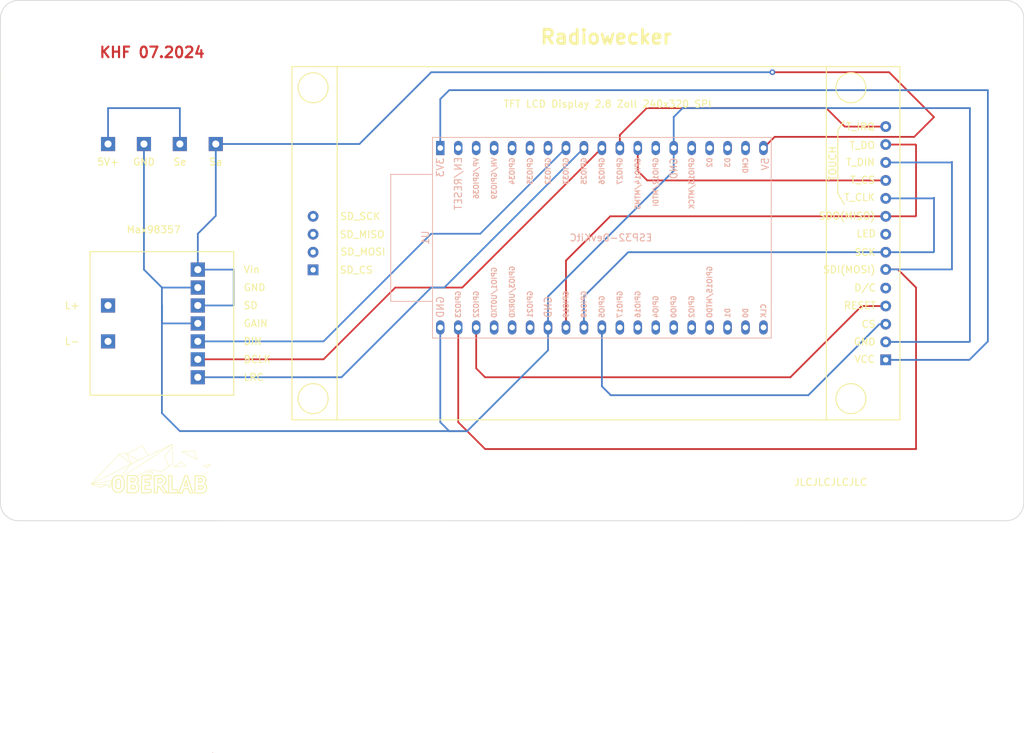
<source format=kicad_pcb>
(kicad_pcb (version 20221018) (generator pcbnew)
  (layers (0 "F.Cu" signal) (31 "B.Cu" signal) (34 "B.Paste" user) (35 "F.Paste" user) (36 "B.SilkS" user "B.Silkscreen") (37 "F.SilkS" user "F.Silkscreen") (38 "B.Mask" user) (39 "F.Mask" user) (44 "Edge.Cuts" user))
  (net 0 "")
  (net 1 "Net-(U1-3V3)")
  (net 8 "Net-(U1-32K_XN{slash}GPIO33{slash}ADC1_CH5)")
  (net 9 "Net-(U1-DAC_1{slash}ADC2_CH8{slash}GPIO25)")
  (net 10 "Net-(U1-DAC_2{slash}ADC2_CH9{slash}GPIO26)")
  (net 11 "Net-(U1-ADC2_CH7{slash}GPIO27)")
  (net 12 "Net-(U1-MTMS{slash}GPIO14{slash}ADC2_CH6)")
  (net 14 "Net-(U10-LP)")
  (net 19 "Net-(U1-5V)")
  (net 29 "Net-(U1-GPIO5)")
  (net 30 "Net-(U1-GPIO18)")
  (net 31 "Net-(U1-GPIO19)")
  (net 35 "Net-(U1-GPIO22)")
  (net 36 "Net-(U1-GPIO23)")
  (net 39 "Net-(U3-LP)")
  (footprint "!Goody:LP" (layer "F.Cu") (at 99.06 93.98 180)
    (fp_text reference "U5")
    (fp_text value "Se" (at 0 -2.54) (layer "F.SilkS"))
    (pad "1" thru_hole rect (at 0 0 180) (size 2 2) (drill 1) (layers "*.Cu" "*.Mask") (net 39 "Net-(U3-LP)"))
  )
  (footprint "!Goody:LP" (layer "F.Cu") (at 101.6 121.92 90)
    (fp_text reference "U11")
    (fp_text value "DIN" (at 0 7.762857 180) (layer "F.SilkS"))
    (pad "1" thru_hole rect (at 0 0 90) (size 2 2) (drill 1) (layers "*.Cu" "*.Mask") (net 8 "Net-(U1-32K_XN{slash}GPIO33{slash}ADC1_CH5)"))
  )
  (footprint "tft_displays:2.8_tft_240x320_touch_sd_spi" (layer "F.Cu") (at 114.9096 133.02632 90)
    (fp_text reference "U2" hide)
    (fp_text value "~")
    (fp_text user "RESET" (at 16.18 80.35) (layer "F.SilkS"))
    (fp_text user "T_CS" (at 33.95 80.74) (layer "F.SilkS"))
    (fp_text user "SDO(MISO)" (at 28.86 78.51) (layer "F.SilkS"))
    (fp_text user "SD_CS" (at 21.21 9.1) (layer "F.SilkS"))
    (fp_text user "T_CLK" (at 31.49 80.29) (layer "F.SilkS"))
    (fp_text user "GND" (at 11.04 81.02) (layer "F.SilkS"))
    (fp_text user "CS" (at 13.55 81.58) (layer "F.SilkS"))
    (fp_text user "SD_MISO" (at 26.24 9.94) (layer "F.SilkS"))
    (fp_text user "SD_SCK" (at 28.81 9.66) (layer "F.SilkS"))
    (fp_text user "SD_MOSI" (at 23.78 10.05) (layer "F.SilkS"))
    (fp_text user "TOUCH" (at 36.29 76.49 90) (layer "F.SilkS"))
    (fp_text user "SCK" (at 23.72 81.08) (layer "F.SilkS"))
    (fp_text user "VCC" (at 8.58 81.02) (layer "F.SilkS"))
    (fp_text user "T_DIN" (at 36.46 80.41) (layer "F.SilkS"))
    (fp_text user "D/C" (at 18.69 81.08) (layer "F.SilkS"))
    (fp_text user "T_DO" (at 38.86 80.69) (layer "F.SilkS"))
    (fp_text user "T_IRQ" (at 41.49 80.41) (layer "F.SilkS"))
    (fp_text user "LED" (at 26.35 81.24) (layer "F.SilkS"))
    (fp_text user "SDI(MOSI)" (at 21.26 78.84) (layer "F.SilkS"))
    (fp_line (start 0 0) (end 50 0) (stroke (width 0.15)) (layer "F.SilkS"))
    (fp_line (start 0 6.4) (end 50 6.4) (stroke (width 0.15)) (layer "F.SilkS"))
    (fp_line (start 0 75.6) (end 50 75.6) (stroke (width 0.15)) (layer "F.SilkS"))
    (fp_line (start 0 86) (end 0 0) (stroke (width 0.15)) (layer "F.SilkS"))
    (fp_line (start 30.48 78.17) (end 32.05 77.22) (stroke (width 0.15)) (layer "F.SilkS"))
    (fp_line (start 32.05 77.22) (end 40.99 77.22) (stroke (width 0.15)) (layer "F.SilkS"))
    (fp_line (start 40.99 77.22) (end 42.33 78.12) (stroke (width 0.15)) (layer "F.SilkS"))
    (fp_line (start 50 0) (end 50 86) (stroke (width 0.15)) (layer "F.SilkS"))
    (fp_line (start 50 86) (end 0 86) (stroke (width 0.15)) (layer "F.SilkS"))
    (fp_circle (center 3 3) (end 4.5 4.5) (stroke (width 0.15)) (fill none) (layer "F.SilkS"))
    (fp_circle (center 3 79.08) (end 4.5 80.58) (stroke (width 0.15)) (fill none) (layer "F.SilkS"))
    (fp_circle (center 47 3) (end 48.5 4.5) (stroke (width 0.15)) (fill none) (layer "F.SilkS"))
    (fp_circle (center 47 79.08) (end 48.5 80.58) (stroke (width 0.15)) (fill none) (layer "F.SilkS"))
    (pad "1" thru_hole rect (at 8.49 84 90) (size 1.524 1.524) (drill 0.762) (layers "*.Cu" "*.Mask") (net 1 "Net-(U1-3V3)"))
    (pad "2" thru_hole circle (at 11.03 84 90) (size 1.524 1.524) (drill 0.762) (layers "*.Cu" "*.Mask") (net 14 "Net-(U10-LP)"))
    (pad "3" thru_hole circle (at 13.54 84 90) (size 1.524 1.524) (drill 0.762) (layers "*.Cu" "*.Mask") (net 29 "Net-(U1-GPIO5)"))
    (pad "4" thru_hole circle (at 16.11 84 90) (size 1.524 1.524) (drill 0.762) (layers "*.Cu" "*.Mask") (net 35 "Net-(U1-GPIO22)"))
    (pad "5" thru_hole circle (at 18.65 84 90) (size 1.524 1.524) (drill 0.762) (layers "*.Cu" "*.Mask"))
    (pad "6" thru_hole circle (at 21.29 84 90) (size 1.524 1.524) (drill 0.762) (layers "*.Cu" "*.Mask") (net 36 "Net-(U1-GPIO23)"))
    (pad "7" thru_hole circle (at 23.73 84 90) (size 1.524 1.524) (drill 0.762) (layers "*.Cu" "*.Mask") (net 30 "Net-(U1-GPIO18)"))
    (pad "8" thru_hole circle (at 26.27 84 90) (size 1.524 1.524) (drill 0.762) (layers "*.Cu" "*.Mask"))
    (pad "9" thru_hole circle (at 28.81 84 90) (size 1.524 1.524) (drill 0.762) (layers "*.Cu" "*.Mask") (net 31 "Net-(U1-GPIO19)"))
    (pad "10" thru_hole circle (at 31.35 84 90) (size 1.524 1.524) (drill 0.762) (layers "*.Cu" "*.Mask") (net 30 "Net-(U1-GPIO18)"))
    (pad "11" thru_hole circle (at 33.89 84 90) (size 1.524 1.524) (drill 0.762) (layers "*.Cu" "*.Mask") (net 12 "Net-(U1-MTMS{slash}GPIO14{slash}ADC2_CH6)"))
    (pad "12" thru_hole circle (at 36.43 84 90) (size 1.524 1.524) (drill 0.762) (layers "*.Cu" "*.Mask") (net 36 "Net-(U1-GPIO23)"))
    (pad "13" thru_hole circle (at 38.97 84 90) (size 1.524 1.524) (drill 0.762) (layers "*.Cu" "*.Mask") (net 31 "Net-(U1-GPIO19)"))
    (pad "14" thru_hole circle (at 41.51 84 90) (size 1.524 1.524) (drill 0.762) (layers "*.Cu" "*.Mask") (net 11 "Net-(U1-ADC2_CH7{slash}GPIO27)"))
    (pad "15" thru_hole rect (at 21.23 3 90) (size 1.524 1.524) (drill 0.762) (layers "*.Cu" "*.Mask"))
    (pad "16" thru_hole circle (at 23.73 3 90) (size 1.524 1.524) (drill 0.762) (layers "*.Cu" "*.Mask"))
    (pad "17" thru_hole circle (at 26.27 3 90) (size 1.524 1.524) (drill 0.762) (layers "*.Cu" "*.Mask"))
    (pad "18" thru_hole circle (at 28.81 3 90) (size 1.524 1.524) (drill 0.762) (layers "*.Cu" "*.Mask"))
  )
  (footprint "!Goody:LP" (layer "F.Cu") (at 101.6 111.76 90)
    (fp_text reference "U7")
    (fp_text value "Vin" (at 0 7.62 180) (layer "F.SilkS"))
    (pad "1" thru_hole rect (at 0 0 90) (size 2 2) (drill 1) (layers "*.Cu" "*.Mask") (net 19 "Net-(U1-5V)"))
  )
  (footprint "!Goody:LP" (layer "F.Cu") (at 104.14 93.98 180)
    (fp_text reference "U6")
    (fp_text value "Sa" (at 0 -2.54) (layer "F.SilkS"))
    (pad "1" thru_hole rect (at 0 0 180) (size 2 2) (drill 1) (layers "*.Cu" "*.Mask") (net 19 "Net-(U1-5V)"))
  )
  (footprint "!Goody:LP" (layer "F.Cu") (at 88.9 116.84 90)
    (fp_text reference "U14")
    (fp_text value "L+" (at 0 -5.08 180) (layer "F.SilkS"))
    (pad "1" thru_hole rect (at 0 0 90) (size 2 2) (drill 1) (layers "*.Cu" "*.Mask"))
  )
  (footprint "!Goody:LP" (layer "F.Cu") (at 88.9 121.92 90)
    (fp_text reference "U15")
    (fp_text value "L-" (at 0 -5.08 180) (layer "F.SilkS"))
    (pad "1" thru_hole rect (at 0 0 90) (size 2 2) (drill 1) (layers "*.Cu" "*.Mask"))
  )
  (footprint "!Goody:LP" (layer "F.Cu") (at 101.6 114.3 90)
    (fp_text reference "U8")
    (fp_text value "GND" (at 0 8.024762 180) (layer "F.SilkS"))
    (pad "1" thru_hole rect (at 0 0 90) (size 2 2) (drill 1) (layers "*.Cu" "*.Mask") (net 14 "Net-(U10-LP)"))
  )
  (footprint "!Goody:LP" (layer "F.Cu") (at 88.9 93.98 180)
    (fp_text reference "U3")
    (fp_text value "5V+" (at 0 -2.54) (layer "F.SilkS"))
    (pad "1" thru_hole rect (at 0 0 180) (size 2 2) (drill 1) (layers "*.Cu" "*.Mask") (net 39 "Net-(U3-LP)"))
  )
  (footprint "!Goody:LP" (layer "F.Cu") (at 93.98 93.98 180)
    (fp_text reference "U4")
    (fp_text value "GND" (at 0 -2.54) (layer "F.SilkS"))
    (pad "1" thru_hole rect (at 0 0 180) (size 2 2) (drill 1) (layers "*.Cu" "*.Mask") (net 14 "Net-(U10-LP)"))
  )
  (footprint "!Goody:LP" (layer "F.Cu") (at 101.6 127 90)
    (fp_text reference "U13")
    (fp_text value "LRC" (at 0 7.905715 180) (layer "F.SilkS"))
    (pad "1" thru_hole rect (at 0 0 90) (size 2 2) (drill 1) (layers "*.Cu" "*.Mask") (net 9 "Net-(U1-DAC_1{slash}ADC2_CH8{slash}GPIO25)"))
  )
  (footprint "!Goody:LP" (layer "F.Cu") (at 101.6 124.46 90)
    (fp_text reference "U12")
    (fp_text value "BCLK" (at 0 8.405715 180) (layer "F.SilkS"))
    (pad "1" thru_hole rect (at 0 0 90) (size 2 2) (drill 1) (layers "*.Cu" "*.Mask") (net 10 "Net-(U1-DAC_2{slash}ADC2_CH9{slash}GPIO26)"))
  )
  (footprint "!Goody:ob-logo_F.SilkS" (layer "F.Cu") (at 95.09 141.11)
    (fp_text reference "G***" hide)
    (fp_text value "LOGO" hide)
    (fp_poly (pts (xy 8.544723 39.045226) (xy 8.608542 39.109045) (xy 8.672361 39.045226) (xy 8.608542 38.981407) (xy 8.544723 39.045226)) (stroke (width 0.01)) (fill solid) (layer "B.SilkS"))
    (fp_line (start -8.55 1) (end -7.225 1.475) (stroke (width 0.05)) (layer "F.SilkS"))
    (fp_line (start -8.55 1) (end -5.65 0.525) (stroke (width 0.05)) (layer "F.SilkS"))
    (fp_line (start -8.55 1) (end -4.65 -3.175) (stroke (width 0.05)) (layer "F.SilkS"))
    (fp_line (start -7.225 1.475) (end -6.4 1.125) (stroke (width 0.05)) (layer "F.SilkS"))
    (fp_line (start -6.15 1.525) (end -5.575 0.725) (stroke (width 0.05)) (layer "F.SilkS"))
    (fp_line (start -5.875 1.15) (end -8.55 1) (stroke (width 0.05)) (layer "F.SilkS"))
    (fp_line (start -5.65 0.525) (end -5.875 1.15) (stroke (width 0.05)) (layer "F.SilkS"))
    (fp_line (start -5.6 1.25) (end -6.15 1.525) (stroke (width 0.05)) (layer "F.SilkS"))
    (fp_line (start -5.6 1.35) (end -5.6 0.65) (stroke (width 0.12)) (layer "F.SilkS"))
    (fp_line (start -5.1 0.65) (end -5.1 1.35) (stroke (width 0.12)) (layer "F.SilkS"))
    (fp_line (start -5.05 0.5) (end -4.725 0.9) (stroke (width 0.05)) (layer "F.SilkS"))
    (fp_line (start -4.725 0.9) (end -5.1 1.075) (stroke (width 0.05)) (layer "F.SilkS"))
    (fp_line (start -4.65 -3.175) (end -3.625 -3.425) (stroke (width 0.05)) (layer "F.SilkS"))
    (fp_line (start -4.65 -3.175) (end -2.9 -1.85) (stroke (width 0.05)) (layer "F.SilkS"))
    (fp_line (start -4.4 0.65) (end -4.4 1.3) (stroke (width 0.12)) (layer "F.SilkS"))
    (fp_line (start -4.2 -0.025) (end 2.9 -4.625) (stroke (width 0.05)) (layer "F.SilkS"))
    (fp_line (start -3.9 0.65) (end -3.9 1.35) (stroke (width 0.12)) (layer "F.SilkS"))
    (fp_line (start -3.625 -3.425) (end -2.9 -1.85) (stroke (width 0.05)) (layer "F.SilkS"))
    (fp_line (start -3.525 -3.25) (end -1.95 -2.35) (stroke (width 0.05)) (layer "F.SilkS"))
    (fp_line (start -3.5 2.25) (end -2.3 2.25) (stroke (width 0.12)) (layer "F.SilkS"))
    (fp_line (start -3.45 -0.2) (end -3.5 2.25) (stroke (width 0.12)) (layer "F.SilkS"))
    (fp_line (start -2.95 0.2) (end -2.7 0.2) (stroke (width 0.12)) (layer "F.SilkS"))
    (fp_line (start -2.95 0.25) (end -2.95 0.7) (stroke (width 0.12)) (layer "F.SilkS"))
    (fp_line (start -2.95 0.7) (end -2.65 0.7) (stroke (width 0.12)) (layer "F.SilkS"))
    (fp_line (start -2.95 1.2) (end -2.95 1.7) (stroke (width 0.12)) (layer "F.SilkS"))
    (fp_line (start -2.95 1.7) (end -2.5 1.7) (stroke (width 0.12)) (layer "F.SilkS"))
    (fp_line (start -2.949999 1.19505) (end -2.549999 1.19505) (stroke (width 0.12)) (layer "F.SilkS"))
    (fp_line (start -2.9 -1.85) (end -8.55 1) (stroke (width 0.05)) (layer "F.SilkS"))
    (fp_line (start -2.9 -1.85) (end -4.375 -0.125) (stroke (width 0.05)) (layer "F.SilkS"))
    (fp_line (start -2.55 -0.186395) (end -3.45 -0.2) (stroke (width 0.12)) (layer "F.SilkS"))
    (fp_line (start -1.45 2.25) (end -1.35 2.25) (stroke (width 0.12)) (layer "F.SilkS"))
    (fp_line (start -1.4 -0.2) (end -1.45 2.25) (stroke (width 0.12)) (layer "F.SilkS"))
    (fp_line (start -1.35 2.25) (end -0.1 2.25) (stroke (width 0.12)) (layer "F.SilkS"))
    (fp_line (start -1.325 -4.425) (end -3.525 -3.25) (stroke (width 0.05)) (layer "F.SilkS"))
    (fp_line (start -1.325 -4.425) (end -0.575 -3) (stroke (width 0.05)) (layer "F.SilkS"))
    (fp_line (start -0.975 -0.225) (end -0.2 -0.825) (stroke (width 0.05)) (layer "F.SilkS"))
    (fp_line (start -0.95 0.3) (end -0.1 0.3) (stroke (width 0.12)) (layer "F.SilkS"))
    (fp_line (start -0.95 0.75) (end -0.95 0.3) (stroke (width 0.12)) (layer "F.SilkS"))
    (fp_line (start -0.95 1.2) (end -0.3 1.2) (stroke (width 0.12)) (layer "F.SilkS"))
    (fp_line (start -0.95 1.75) (end -0.95 1.2) (stroke (width 0.12)) (layer "F.SilkS"))
    (fp_line (start -0.575 -3) (end -2.9 -1.85) (stroke (width 0.05)) (layer "F.SilkS"))
    (fp_line (start -0.575 -3) (end 2.9 -4.625) (stroke (width 0.05)) (layer "F.SilkS"))
    (fp_line (start -0.325 -1) (end -2.15 -0.1) (stroke (width 0.05)) (layer "F.SilkS"))
    (fp_line (start -0.3 0.75) (end -0.95 0.75) (stroke (width 0.12)) (layer "F.SilkS"))
    (fp_line (start -0.3 1.2) (end -0.3 0.75) (stroke (width 0.12)) (layer "F.SilkS"))
    (fp_line (start -0.2 -0.825) (end 0.2 -0.55) (stroke (width 0.05)) (layer "F.SilkS"))
    (fp_line (start -0.1 -0.2) (end -1.4 -0.2) (stroke (width 0.12)) (layer "F.SilkS"))
    (fp_line (start -0.1 0.3) (end -0.1 -0.2) (stroke (width 0.12)) (layer "F.SilkS"))
    (fp_line (start -0.1 1.75) (end -0.95 1.75) (stroke (width 0.12)) (layer "F.SilkS"))
    (fp_line (start -0.1 2.25) (end -0.1 1.75) (stroke (width 0.12)) (layer "F.SilkS"))
    (fp_line (start 0.2 -0.55) (end -0.775 -0.2) (stroke (width 0.05)) (layer "F.SilkS"))
    (fp_line (start 0.35 -0.2) (end 0.35 2.25) (stroke (width 0.12)) (layer "F.SilkS"))
    (fp_line (start 0.35 2.25) (end 0.8 2.25) (stroke (width 0.12)) (layer "F.SilkS"))
    (fp_line (start 0.8 1.3) (end 0.95 1.3) (stroke (width 0.12)) (layer "F.SilkS"))
    (fp_line (start 0.8 2.25) (end 0.8 1.3) (stroke (width 0.12)) (layer "F.SilkS"))
    (fp_line (start 0.85 0.25) (end 0.85 0.8) (stroke (width 0.12)) (layer "F.SilkS"))
    (fp_line (start 0.85 0.8) (end 1.35 0.8) (stroke (width 0.12)) (layer "F.SilkS"))
    (fp_line (start 0.95 1.3) (end 1.7 2.25) (stroke (width 0.12)) (layer "F.SilkS"))
    (fp_line (start 1.3 0.25) (end 0.85 0.25) (stroke (width 0.12)) (layer "F.SilkS"))
    (fp_line (start 1.35 -0.775) (end -0.325 -1) (stroke (width 0.05)) (layer "F.SilkS"))
    (fp_line (start 1.458731 -0.205406) (end 0.35 -0.2) (stroke (width 0.12)) (layer "F.SilkS"))
    (fp_line (start 1.7 2.25) (end 2.1 2.25) (stroke (width 0.12)) (layer "F.SilkS"))
    (fp_line (start 1.8 -3) (end 2.375 -1.5) (stroke (width 0.05)) (layer "F.SilkS"))
    (fp_line (start 2.1 2.25) (end 2.2 2.25) (stroke (width 0.12)) (layer "F.SilkS"))
    (fp_line (start 2.2 2.25) (end 1.5 1.3) (stroke (width 0.12)) (layer "F.SilkS"))
    (fp_line (start 2.375 2.25) (end 2.4 -0.2) (stroke (width 0.12)) (layer "F.SilkS"))
    (fp_line (start 2.4 -0.2) (end 2.85 -0.2) (stroke (width 0.12)) (layer "F.SilkS"))
    (fp_line (start 2.85 -0.2) (end 2.875 1.8) (stroke (width 0.12)) (layer "F.SilkS"))
    (fp_line (start 2.875 1.8) (end 3.625 1.8) (stroke (width 0.12)) (layer "F.SilkS"))
    (fp_line (start 2.9 -4.625) (end 2.975 -1.9) (stroke (width 0.05)) (layer "F.SilkS"))
    (fp_line (start 2.925 -4.225) (end 1.8 -3) (stroke (width 0.05)) (layer "F.SilkS"))
    (fp_line (start 2.975 -1.9) (end 1.35 -0.775) (stroke (width 0.05)) (layer "F.SilkS"))
    (fp_line (start 3.125 -1.45) (end 4.125 -2.125) (stroke (width 0.05)) (layer "F.SilkS"))
    (fp_line (start 3.625 1.8) (end 3.625 2.25) (stroke (width 0.12)) (layer "F.SilkS"))
    (fp_line (start 3.625 2.25) (end 2.375 2.25) (stroke (width 0.12)) (layer "F.SilkS"))
    (fp_line (start 4.125 -2.125) (end 4.825 -1.55) (stroke (width 0.05)) (layer "F.SilkS"))
    (fp_line (start 4.25 -3.6) (end 6.4 -2.475) (stroke (width 0.05)) (layer "F.SilkS"))
    (fp_line (start 4.3 2.275) (end 3.8 2.275) (stroke (width 0.12)) (layer "F.SilkS"))
    (fp_line (start 4.3 2.275) (end 4.55 1.675) (stroke (width 0.12)) (layer "F.SilkS"))
    (fp_line (start 4.55 1.675) (end 5.15 1.675) (stroke (width 0.12)) (layer "F.SilkS"))
    (fp_line (start 4.575 1.275) (end 5.075 1.275) (stroke (width 0.12)) (layer "F.SilkS"))
    (fp_line (start 4.7 -0.175) (end 3.8 2.275) (stroke (width 0.12)) (layer "F.SilkS"))
    (fp_line (start 4.825 -1.55) (end 3.15 -1.45) (stroke (width 0.05)) (layer "F.SilkS"))
    (fp_line (start 4.85 0.525) (end 4.575 1.275) (stroke (width 0.12)) (layer "F.SilkS"))
    (fp_line (start 5.025 -0.175) (end 4.7 -0.175) (stroke (width 0.12)) (layer "F.SilkS"))
    (fp_line (start 5.075 1.275) (end 4.85 0.525) (stroke (width 0.12)) (layer "F.SilkS"))
    (fp_line (start 5.15 1.675) (end 5.4 2.275) (stroke (width 0.12)) (layer "F.SilkS"))
    (fp_line (start 5.4 2.275) (end 5.8 2.275) (stroke (width 0.12)) (layer "F.SilkS"))
    (fp_line (start 5.8 2.275) (end 5.025 -0.175) (stroke (width 0.12)) (layer "F.SilkS"))
    (fp_line (start 6.05 -3.65) (end 4.25 -3.6) (stroke (width 0.05)) (layer "F.SilkS"))
    (fp_line (start 6.075 2.275) (end 7.275 2.275) (stroke (width 0.12)) (layer "F.SilkS"))
    (fp_line (start 6.125 -0.175) (end 6.075 2.275) (stroke (width 0.12)) (layer "F.SilkS"))
    (fp_line (start 6.4 -2.475) (end 6.05 -3.65) (stroke (width 0.05)) (layer "F.SilkS"))
    (fp_line (start 6.625 0.225) (end 6.875 0.225) (stroke (width 0.12)) (layer "F.SilkS"))
    (fp_line (start 6.625 0.275) (end 6.625 0.725) (stroke (width 0.12)) (layer "F.SilkS"))
    (fp_line (start 6.625 0.725) (end 6.925 0.725) (stroke (width 0.12)) (layer "F.SilkS"))
    (fp_line (start 6.625 1.225) (end 6.625 1.725) (stroke (width 0.12)) (layer "F.SilkS"))
    (fp_line (start 6.625 1.725) (end 7.075 1.725) (stroke (width 0.12)) (layer "F.SilkS"))
    (fp_line (start 6.625001 1.22005) (end 7.025001 1.22005) (stroke (width 0.12)) (layer "F.SilkS"))
    (fp_line (start 7.025 -0.161395) (end 6.125 -0.175) (stroke (width 0.12)) (layer "F.SilkS"))
    (fp_line (start 7.35 -1.6) (end 8.35 -1.75) (stroke (width 0.05)) (layer "F.SilkS"))
    (fp_line (start 7.775 -1.275) (end 7.35 -1.6) (stroke (width 0.05)) (layer "F.SilkS"))
    (fp_line (start 8.35 -1.75) (end 7.775 -1.275) (stroke (width 0.05)) (layer "F.SilkS"))
    (fp_arc (start -5.6 0.65) (mid -4.75 -0.2) (end -3.9 0.65) (stroke (width 0.12)) (layer "F.SilkS"))
    (fp_arc (start -5.1 0.65) (mid -4.75 0.3) (end -4.4 0.65) (stroke (width 0.12)) (layer "F.SilkS"))
    (fp_arc (start -4.4 1.35) (mid -4.75 1.7) (end -5.1 1.35) (stroke (width 0.12)) (layer "F.SilkS"))
    (fp_arc (start -3.9 1.35) (mid -4.75 2.2) (end -5.6 1.35) (stroke (width 0.12)) (layer "F.SilkS"))
    (fp_arc (start -2.710634 0.207464) (mid -2.401873 0.419454) (end -2.65 0.7) (stroke (width 0.12)) (layer "F.SilkS"))
    (fp_arc (start -2.55 -0.186395) (mid -1.962048 0.206462) (end -2.100001 0.899999) (stroke (width 0.12)) (layer "F.SilkS"))
    (fp_arc (start -2.549999 1.19505) (mid -2.296291 1.424879) (end -2.500001 1.699999) (stroke (width 0.12)) (layer "F.SilkS"))
    (fp_arc (start -2.123744 0.941063) (mid -1.813346 1.649195) (end -2.300001 2.249999) (stroke (width 0.12)) (layer "F.SilkS"))
    (fp_arc (start 1.349999 0.250001) (mid 1.527075 0.525) (end 1.349999 0.799999) (stroke (width 0.12)) (layer "F.SilkS"))
    (fp_arc (start 1.458731 -0.205406) (mid 1.991844 0.516428) (end 1.474999 1.249999) (stroke (width 0.12)) (layer "F.SilkS"))
    (fp_arc (start 6.864366 0.232464) (mid 7.173127 0.444454) (end 6.925 0.725) (stroke (width 0.12)) (layer "F.SilkS"))
    (fp_arc (start 7.025 -0.161395) (mid 7.612952 0.231462) (end 7.474999 0.924999) (stroke (width 0.12)) (layer "F.SilkS"))
    (fp_arc (start 7.025001 1.22005) (mid 7.278709 1.449879) (end 7.074999 1.724999) (stroke (width 0.12)) (layer "F.SilkS"))
    (fp_arc (start 7.451256 0.966063) (mid 7.761654 1.674195) (end 7.274999 2.274999) (stroke (width 0.12)) (layer "F.SilkS"))
  )
  (footprint "!Goody:LP" (layer "F.Cu") (at 101.6 116.84 90)
    (fp_text reference "U9")
    (fp_text value "SD" (at 0 7.477143 180) (layer "F.SilkS"))
    (pad "1" thru_hole rect (at 0 0 90) (size 2 2) (drill 1) (layers "*.Cu" "*.Mask") (net 19 "Net-(U1-5V)"))
  )
  (footprint "!Goody:LP" (layer "F.Cu") (at 101.6 119.38 90)
    (fp_text reference "U10")
    (fp_text value "GAIN" (at 0 8.191429 180) (layer "F.SilkS"))
    (pad "1" thru_hole rect (at 0 0 90) (size 2 2) (drill 1) (layers "*.Cu" "*.Mask") (net 14 "Net-(U10-LP)"))
  )
  (footprint "Espressif:ESP32-DevKitC" (layer "B.Cu") (at 135.9 94.55 -90)
    (fp_text reference "U1" (at 12.7 2.1 90) (layer "B.SilkS") (effects (justify mirror)))
    (fp_text value "ESP32-DevKitC" (at 12.7 -24.13) (layer "B.SilkS") (effects (justify mirror)))
    (fp_text user "5V" (at 1.26632 -45.97128 90 unlocked) (layer "B.SilkS") (effects (justify left mirror)))
    (fp_text user "GPIO3/U0RXD" (at 24.13 -10.16 90 unlocked) (layer "B.SilkS") (effects (font (size 0.7 0.7)) (justify right mirror)))
    (fp_text user "GPIO2" (at 24.13 -35.56 90 unlocked) (layer "B.SilkS") (effects (font (size 0.7 0.7)) (justify right mirror)))
    (fp_text user "D3" (at 1.27 -40.64 90 unlocked) (layer "B.SilkS") (effects (font (size 0.7 0.7)) (justify left mirror)))
    (fp_text user "VN/GPIO39" (at 1.27 -7.62 90 unlocked) (layer "B.SilkS") (effects (font (size 0.7 0.7)) (justify left mirror)))
    (fp_text user "3V3" (at 1.27 0 90 unlocked) (layer "B.SilkS") (effects (justify left mirror)))
    (fp_text user "GPIO1/U0TXD" (at 24.13 -7.62 90 unlocked) (layer "B.SilkS") (effects (font (size 0.7 0.7)) (justify right mirror)))
    (fp_text user "GND" (at 24.13 0 90 unlocked) (layer "B.SilkS") (effects (justify right mirror)))
    (fp_text user "EN/RESET" (at 8.88632 -2.53728 90 unlocked) (layer "B.SilkS") (effects (justify right mirror)))
    (fp_text user "GPIO15/MTDO" (at 24.13 -38.1 90 unlocked) (layer "B.SilkS") (effects (font (size 0.7 0.7)) (justify right mirror)))
    (fp_text user "GPIO0" (at 24.13 -33.02 90 unlocked) (layer "B.SilkS") (effects (font (size 0.7 0.7)) (justify right mirror)))
    (fp_text user "GPIO13/MTCK" (at 1.27 -35.56 90 unlocked) (layer "B.SilkS") (effects (font (size 0.7 0.7)) (justify left mirror)))
    (fp_text user "GPIO14/MTMS" (at 1.27 -27.94 90 unlocked) (layer "B.SilkS") (effects (font (size 0.7 0.7)) (justify left mirror)))
    (fp_text user "GPIO32" (at 1.27 -15.24 90 unlocked) (layer "B.SilkS") (effects (font (size 0.7 0.7)) (justify left mirror)))
    (fp_text user "VP/GPIO36" (at 1.27 -5.08 90 unlocked) (layer "B.SilkS") (effects (font (size 0.7 0.7)) (justify left mirror)))
    (fp_text user "GPIO12/MTDI" (at 1.27 -30.48 90 unlocked) (layer "B.SilkS") (effects (font (size 0.7 0.7)) (justify left mirror)))
    (fp_text user "GPIO25" (at 1.27 -20.32 90 unlocked) (layer "B.SilkS") (effects (font (size 0.7 0.7)) (justify left mirror)))
    (fp_text user "GPIO22" (at 24.13 -5.08 90 unlocked) (layer "B.SilkS") (effects (font (size 0.7 0.7)) (justify right mirror)))
    (fp_text user "GPIO18" (at 24.13 -20.32 90 unlocked) (layer "B.SilkS") (effects (font (size 0.7 0.7)) (justify right mirror)))
    (fp_text user "GPIO33" (at 1.27 -17.78 90 unlocked) (layer "B.SilkS") (effects (font (size 0.7 0.7)) (justify left mirror)))
    (fp_text user "GPIO26" (at 1.27 -22.86 90 unlocked) (layer "B.SilkS") (effects (font (size 0.7 0.7)) (justify left mirror)))
    (fp_text user "GPIO16" (at 24.13 -27.94 90 unlocked) (layer "B.SilkS") (effects (font (size 0.7 0.7)) (justify right mirror)))
    (fp_text user "D0" (at 24.13 -43.18 90 unlocked) (layer "B.SilkS") (effects (font (size 0.7 0.7)) (justify right mirror)))
    (fp_text user "GPIO34" (at 1.27 -10.16 90 unlocked) (layer "B.SilkS") (effects (font (size 0.7 0.7)) (justify left mirror)))
    (fp_text user "CMD" (at 1.27 -43.18 90 unlocked) (layer "B.SilkS") (effects (font (size 0.7 0.7)) (justify left mirror)))
    (fp_text user "GPIO4" (at 24.13 -30.48 90 unlocked) (layer "B.SilkS") (effects (font (size 0.7 0.7)) (justify right mirror)))
    (fp_text user "CLK" (at 24.13 -45.72 90 unlocked) (layer "B.SilkS") (effects (font (size 0.7 0.7)) (justify right mirror)))
    (fp_text user "GPIO5" (at 24.13 -22.86 90 unlocked) (layer "B.SilkS") (effects (font (size 0.7 0.7)) (justify right mirror)))
    (fp_text user "GPIO27" (at 1.27 -25.4 90 unlocked) (layer "B.SilkS") (effects (font (size 0.7 0.7)) (justify left mirror)))
    (fp_text user "GPIO23" (at 24.13 -2.54 90 unlocked) (layer "B.SilkS") (effects (font (size 0.7 0.7)) (justify right mirror)))
    (fp_text user "GND" (at 24.13 -15.24 90 unlocked) (layer "B.SilkS") (effects (justify right mirror)))
    (fp_text user "GPIO17" (at 24.13 -25.4 90 unlocked) (layer "B.SilkS") (effects (font (size 0.7 0.7)) (justify right mirror)))
    (fp_text user "D1" (at 24.13 -40.64 90 unlocked) (layer "B.SilkS") (effects (font (size 0.7 0.7)) (justify right mirror)))
    (fp_text user "GPIO21" (at 24.13 -12.7 90 unlocked) (layer "B.SilkS") (effects (font (size 0.7 0.7)) (justify right mirror)))
    (fp_text user "D2" (at 1.27 -38.1 90 unlocked) (layer "B.SilkS") (effects (font (size 0.7 0.7)) (justify left mirror)))
    (fp_text user "GPIO19" (at 24.13 -17.78 90 unlocked) (layer "B.SilkS") (effects (font (size 0.7 0.7)) (justify right mirror)))
    (fp_text user "GPIO35" (at 1.27 -12.7 90 unlocked) (layer "B.SilkS") (effects (font (size 0.7 0.7)) (justify left mirror)))
    (fp_text user "GND" (at 1.27 -33.02 90 unlocked) (layer "B.SilkS") (effects (justify left mirror)))
    (fp_line (start -1.5 -46.82) (end 26.899999 -46.82) (stroke (width 0.12)) (layer "B.SilkS"))
    (fp_line (start -1.499999 1.1) (end -1.5 -46.82) (stroke (width 0.12)) (layer "B.SilkS"))
    (fp_line (start 3.73012 1.12032) (end 3.73012 7.01312) (stroke (width 0.12)) (layer "B.SilkS"))
    (fp_line (start 3.73012 7.01312) (end 21.71332 7.01312) (stroke (width 0.12)) (layer "B.SilkS"))
    (fp_line (start 21.71332 7.01312) (end 21.71332 1.12032) (stroke (width 0.12)) (layer "B.SilkS"))
    (fp_line (start 26.899999 -46.82) (end 26.9 1.1) (stroke (width 0.12)) (layer "B.SilkS"))
    (fp_line (start 26.9 1.1) (end -1.499999 1.1) (stroke (width 0.12)) (layer "B.SilkS"))
    (pad "1" thru_hole rect (at 0 0) (size 1.2 2) (drill 0.8) (layers "*.Cu" "*.Mask") (net 1 "Net-(U1-3V3)"))
    (pad "2" thru_hole oval (at 0 -2.54) (size 1.2 2) (drill 0.8) (layers "*.Cu" "*.Mask"))
    (pad "3" thru_hole oval (at 0 -5.08) (size 1.2 2) (drill 0.8) (layers "*.Cu" "*.Mask"))
    (pad "4" thru_hole oval (at 0 -7.62) (size 1.2 2) (drill 0.8) (layers "*.Cu" "*.Mask"))
    (pad "5" thru_hole oval (at 0 -10.16) (size 1.2 2) (drill 0.8) (layers "*.Cu" "*.Mask"))
    (pad "6" thru_hole oval (at 0 -12.7) (size 1.2 2) (drill 0.8) (layers "*.Cu" "*.Mask"))
    (pad "7" thru_hole oval (at 0 -15.24) (size 1.2 2) (drill 0.8) (layers "*.Cu" "*.Mask"))
    (pad "8" thru_hole oval (at 0 -17.78) (size 1.2 2) (drill 0.8) (layers "*.Cu" "*.Mask") (net 8 "Net-(U1-32K_XN{slash}GPIO33{slash}ADC1_CH5)"))
    (pad "9" thru_hole oval (at 0 -20.32) (size 1.2 2) (drill 0.8) (layers "*.Cu" "*.Mask") (net 9 "Net-(U1-DAC_1{slash}ADC2_CH8{slash}GPIO25)"))
    (pad "10" thru_hole oval (at 0 -22.86) (size 1.2 2) (drill 0.8) (layers "*.Cu" "*.Mask") (net 10 "Net-(U1-DAC_2{slash}ADC2_CH9{slash}GPIO26)"))
    (pad "11" thru_hole oval (at 0 -25.4) (size 1.2 2) (drill 0.8) (layers "*.Cu" "*.Mask") (net 11 "Net-(U1-ADC2_CH7{slash}GPIO27)"))
    (pad "12" thru_hole oval (at 0 -27.94) (size 1.2 2) (drill 0.8) (layers "*.Cu" "*.Mask") (net 12 "Net-(U1-MTMS{slash}GPIO14{slash}ADC2_CH6)"))
    (pad "13" thru_hole oval (at 0 -30.48) (size 1.2 2) (drill 0.8) (layers "*.Cu" "*.Mask"))
    (pad "14" thru_hole oval (at 0 -33.02) (size 1.2 2) (drill 0.8) (layers "*.Cu" "*.Mask") (net 14 "Net-(U10-LP)"))
    (pad "15" thru_hole oval (at 0 -35.56) (size 1.2 2) (drill 0.8) (layers "*.Cu" "*.Mask"))
    (pad "16" thru_hole oval (at 0 -38.1) (size 1.2 2) (drill 0.8) (layers "*.Cu" "*.Mask"))
    (pad "17" thru_hole oval (at 0 -40.64) (size 1.2 2) (drill 0.8) (layers "*.Cu" "*.Mask"))
    (pad "18" thru_hole oval (at 0 -43.18) (size 1.2 2) (drill 0.8) (layers "*.Cu" "*.Mask"))
    (pad "19" thru_hole oval (at 0 -45.72) (size 1.2 2) (drill 0.8) (layers "*.Cu" "*.Mask") (net 19 "Net-(U1-5V)"))
    (pad "20" thru_hole oval (at 25.39632 -45.71728) (size 1.2 2) (drill 0.8) (layers "*.Cu" "*.Mask"))
    (pad "21" thru_hole oval (at 25.39632 -43.17728) (size 1.2 2) (drill 0.8) (layers "*.Cu" "*.Mask"))
    (pad "22" thru_hole oval (at 25.4 -40.64) (size 1.2 2) (drill 0.8) (layers "*.Cu" "*.Mask"))
    (pad "23" thru_hole oval (at 25.4 -38.1) (size 1.2 2) (drill 0.8) (layers "*.Cu" "*.Mask"))
    (pad "24" thru_hole oval (at 25.4 -35.56) (size 1.2 2) (drill 0.8) (layers "*.Cu" "*.Mask"))
    (pad "25" thru_hole oval (at 25.4 -33.02) (size 1.2 2) (drill 0.8) (layers "*.Cu" "*.Mask"))
    (pad "26" thru_hole oval (at 25.4 -30.48) (size 1.2 2) (drill 0.8) (layers "*.Cu" "*.Mask"))
    (pad "27" thru_hole oval (at 25.4 -27.94) (size 1.2 2) (drill 0.8) (layers "*.Cu" "*.Mask"))
    (pad "28" thru_hole oval (at 25.4 -25.4) (size 1.2 2) (drill 0.8) (layers "*.Cu" "*.Mask"))
    (pad "29" thru_hole oval (at 25.4 -22.86) (size 1.2 2) (drill 0.8) (layers "*.Cu" "*.Mask") (net 29 "Net-(U1-GPIO5)"))
    (pad "30" thru_hole oval (at 25.4 -20.32) (size 1.2 2) (drill 0.8) (layers "*.Cu" "*.Mask") (net 30 "Net-(U1-GPIO18)"))
    (pad "31" thru_hole oval (at 25.4 -17.78) (size 1.2 2) (drill 0.8) (layers "*.Cu" "*.Mask") (net 31 "Net-(U1-GPIO19)"))
    (pad "32" thru_hole oval (at 25.4 -15.24) (size 1.2 2) (drill 0.8) (layers "*.Cu" "*.Mask") (net 14 "Net-(U10-LP)"))
    (pad "33" thru_hole oval (at 25.4 -12.7) (size 1.2 2) (drill 0.8) (layers "*.Cu" "*.Mask"))
    (pad "34" thru_hole oval (at 25.4 -10.16) (size 1.2 2) (drill 0.8) (layers "*.Cu" "*.Mask"))
    (pad "35" thru_hole oval (at 25.4 -7.62) (size 1.2 2) (drill 0.8) (layers "*.Cu" "*.Mask"))
    (pad "36" thru_hole oval (at 25.4 -5.08) (size 1.2 2) (drill 0.8) (layers "*.Cu" "*.Mask") (net 35 "Net-(U1-GPIO22)"))
    (pad "37" thru_hole oval (at 25.4 -2.54) (size 1.2 2) (drill 0.8) (layers "*.Cu" "*.Mask") (net 36 "Net-(U1-GPIO23)"))
    (pad "38" thru_hole oval (at 25.4 0) (size 1.2 2) (drill 0.8) (layers "*.Cu" "*.Mask") (net 14 "Net-(U10-LP)"))
  )
  (gr_rect (start 86.36 109.22) (end 106.68 129.54) (stroke (width 0.15)) (fill none) (layer "F.SilkS"))
  (gr_arc (start 218.440001 144.780001) (mid 217.696052 146.576052) (end 215.900001 147.320001) (stroke (width 0.1)) (layer "Edge.Cuts"))
  (gr_line (start 73.666051 144.763949) (end 73.686051 76.186051) (stroke (width 0.1)) (layer "Edge.Cuts"))
  (gr_arc (start 215.9 73.66) (mid 217.696051 74.403949) (end 218.44 76.2) (stroke (width 0.1)) (layer "Edge.Cuts"))
  (gr_arc (start 76.206051 147.303949) (mid 74.41 146.56) (end 73.666051 144.763949) (stroke (width 0.1)) (layer "Edge.Cuts"))
  (gr_line (start 215.900001 147.320001) (end 76.206051 147.303949) (stroke (width 0.1)) (layer "Edge.Cuts"))
  (gr_arc (start 73.686051 76.186051) (mid 74.43 74.39) (end 76.226051 73.646051) (stroke (width 0.1)) (layer "Edge.Cuts"))
  (gr_line (start 76.226051 73.646051) (end 215.9 73.66) (stroke (width 0.1)) (layer "Edge.Cuts"))
  (gr_line (start 218.44 76.2) (end 218.440001 144.780001) (stroke (width 0.1)) (layer "Edge.Cuts"))
  (gr_text "KHF 07.2024" (at 87.54 81.89) (layer "F.Cu") (effects (font (size 1.5 1.5) (thickness 0.3) bold) (justify left bottom)))
  (gr_text "TFT LCD Display 2.8 Zoll 240x320 SPI" (at 144.78 88.9) (layer "F.SilkS") (effects (font (size 1 1)) (justify left bottom)))
  (gr_text "JLCJLCJLCJLC" (at 185.88 142.44) (layer "F.SilkS") (effects (font (size 1 1)) (justify left bottom)))
  (gr_text "Radiowecker" (at 149.86 80.01) (layer "F.SilkS") (effects (font (size 2 2) (thickness 0.4) bold) (justify left bottom)))
  (gr_text "Max98357" (at 91.44 106.68) (layer "F.SilkS") (effects (font (size 1 1)) (justify left bottom)))
  (segment (start 213.36 86.36) (end 137.16 86.36) (width 0.25) (layer "B.Cu") (net 1))
  (segment (start 198.9096 124.53632) (end 210.74368 124.53632) (width 0.25) (layer "B.Cu") (net 1))
  (segment (start 135.9 87.62) (end 135.9 94.55) (width 0.25) (layer "B.Cu") (net 1))
  (segment (start 210.74368 124.53632) (end 213.36 121.92) (width 0.25) (layer "B.Cu") (net 1))
  (segment (start 137.16 86.36) (end 135.9 87.62) (width 0.25) (layer "B.Cu") (net 1))
  (segment (start 213.36 121.92) (end 213.36 86.36) (width 0.25) (layer "B.Cu") (net 1))
  (segment (start 153.68 94.55) (end 141.55 106.68) (width 0.25) (layer "B.Cu") (net 8))
  (segment (start 134.62 106.68) (end 119.38 121.92) (width 0.25) (layer "B.Cu") (net 8))
  (segment (start 119.38 121.92) (end 101.6 121.92) (width 0.25) (layer "B.Cu") (net 8))
  (segment (start 141.55 106.68) (end 134.62 106.68) (width 0.25) (layer "B.Cu") (net 8))
  (segment (start 121.92 127) (end 101.6 127) (width 0.25) (layer "B.Cu") (net 9))
  (segment (start 136.47 114.3) (end 134.62 114.3) (width 0.25) (layer "B.Cu") (net 9))
  (segment (start 134.62 114.3) (end 121.92 127) (width 0.25) (layer "B.Cu") (net 9))
  (segment (start 156.22 94.55) (end 136.47 114.3) (width 0.25) (layer "B.Cu") (net 9))
  (segment (start 158.76 94.55) (end 139.01 114.3) (width 0.25) (layer "F.Cu") (net 10))
  (segment (start 139.01 114.3) (end 129.54 114.3) (width 0.25) (layer "F.Cu") (net 10))
  (segment (start 129.54 114.3) (end 119.38 124.46) (width 0.25) (layer "F.Cu") (net 10))
  (segment (start 119.38 124.46) (end 101.6 124.46) (width 0.25) (layer "F.Cu") (net 10))
  (segment (start 165.1 88.9) (end 161.3 92.7) (width 0.25) (layer "F.Cu") (net 11))
  (segment (start 161.3 92.7) (end 161.3 94.55) (width 0.25) (layer "F.Cu") (net 11))
  (segment (start 198.9096 91.51632) (end 193.11632 91.51632) (width 0.25) (layer "F.Cu") (net 11))
  (segment (start 193.11632 91.51632) (end 190.5 88.9) (width 0.25) (layer "F.Cu") (net 11))
  (segment (start 190.5 88.9) (end 165.1 88.9) (width 0.25) (layer "F.Cu") (net 11))
  (segment (start 163.84 97.8) (end 163.84 94.55) (width 0.25) (layer "F.Cu") (net 12))
  (segment (start 165.17632 99.13632) (end 163.84 97.8) (width 0.25) (layer "F.Cu") (net 12))
  (segment (start 198.9096 99.13632) (end 165.17632 99.13632) (width 0.25) (layer "F.Cu") (net 12))
  (segment (start 198.9096 121.99632) (end 210.74368 121.99632) (width 0.25) (layer "B.Cu") (net 14))
  (segment (start 210.82 121.92) (end 210.82 88.9) (width 0.25) (layer "B.Cu") (net 14))
  (segment (start 137.16 134.62) (end 139.7 134.62) (width 0.25) (layer "B.Cu") (net 14))
  (segment (start 151.14 115.56) (end 168.92 97.78) (width 0.25) (layer "B.Cu") (net 14))
  (segment (start 168.92 97.78) (end 168.92 94.55) (width 0.25) (layer "B.Cu") (net 14))
  (segment (start 135.9 133.36) (end 137.16 134.62) (width 0.25) (layer "B.Cu") (net 14))
  (segment (start 151.14 123.18) (end 139.7 134.62) (width 0.25) (layer "B.Cu") (net 14))
  (segment (start 135.9 119.95) (end 135.9 133.36) (width 0.25) (layer "B.Cu") (net 14))
  (segment (start 170.18 88.9) (end 168.92 90.16) (width 0.25) (layer "B.Cu") (net 14))
  (segment (start 96.52 132.08) (end 96.52 116.84) (width 0.25) (layer "B.Cu") (net 14))
  (segment (start 151.14 119.95) (end 151.14 115.56) (width 0.25) (layer "B.Cu") (net 14))
  (segment (start 168.92 90.16) (end 168.92 94.55) (width 0.25) (layer "B.Cu") (net 14))
  (segment (start 151.14 119.95) (end 151.14 123.18) (width 0.25) (layer "B.Cu") (net 14))
  (segment (start 139.7 134.62) (end 99.06 134.62) (width 0.25) (layer "B.Cu") (net 14))
  (segment (start 93.98 111.76) (end 96.52 114.3) (width 0.25) (layer "B.Cu") (net 14))
  (segment (start 96.52 114.3) (end 101.6 114.3) (width 0.25) (layer "B.Cu") (net 14))
  (segment (start 96.52 119.38) (end 96.52 116.84) (width 0.25) (layer "B.Cu") (net 14))
  (segment (start 96.52 116.84) (end 96.52 114.3) (width 0.25) (layer "B.Cu") (net 14))
  (segment (start 210.82 88.9) (end 170.18 88.9) (width 0.25) (layer "B.Cu") (net 14))
  (segment (start 93.98 93.98) (end 93.98 111.76) (width 0.25) (layer "B.Cu") (net 14))
  (segment (start 101.6 119.38) (end 96.52 119.38) (width 0.25) (layer "B.Cu") (net 14))
  (segment (start 210.74368 121.99632) (end 210.82 121.92) (width 0.25) (layer "B.Cu") (net 14))
  (segment (start 99.06 134.62) (end 96.52 132.08) (width 0.25) (layer "B.Cu") (net 14))
  (segment (start 199.39 83.82) (end 182.88 83.82) (width 0.25) (layer "F.Cu") (net 19))
  (segment (start 205.74 90.17) (end 199.39 83.82) (width 0.25) (layer "F.Cu") (net 19))
  (segment (start 183.20068 92.96932) (end 202.94068 92.96932) (width 0.25) (layer "F.Cu") (net 19))
  (segment (start 181.62 94.55) (end 183.20068 92.96932) (width 0.25) (layer "F.Cu") (net 19))
  (segment (start 202.94068 92.96932) (end 205.74 90.17) (width 0.25) (layer "F.Cu") (net 19))
  (via (at 182.88 83.82) (size 0.8) (drill 0.4) (layers "F.Cu" "B.Cu") (net 19))
  (segment (start 149.86 83.82) (end 182.88 83.82) (width 0.25) (layer "B.Cu") (net 19))
  (segment (start 104.14 104.14) (end 104.14 93.98) (width 0.25) (layer "B.Cu") (net 19))
  (segment (start 104.14 93.98) (end 124.46 93.98) (width 0.25) (layer "B.Cu") (net 19))
  (segment (start 101.6 111.76) (end 106.68 111.76) (width 0.25) (layer "B.Cu") (net 19))
  (segment (start 106.68 111.76) (end 106.68 116.84) (width 0.25) (layer "B.Cu") (net 19))
  (segment (start 101.6 111.76) (end 101.6 106.68) (width 0.25) (layer "B.Cu") (net 19))
  (segment (start 101.6 106.68) (end 104.14 104.14) (width 0.25) (layer "B.Cu") (net 19))
  (segment (start 124.46 93.98) (end 134.62 83.82) (width 0.25) (layer "B.Cu") (net 19))
  (segment (start 106.68 116.84) (end 101.6 116.84) (width 0.25) (layer "B.Cu") (net 19))
  (segment (start 134.62 83.82) (end 149.86 83.82) (width 0.25) (layer "B.Cu") (net 19))
  (segment (start 198.01368 119.48632) (end 187.96 129.54) (width 0.25) (layer "B.Cu") (net 29))
  (segment (start 187.96 129.54) (end 160.02 129.54) (width 0.25) (layer "B.Cu") (net 29))
  (segment (start 158.76 128.28) (end 158.76 119.95) (width 0.25) (layer "B.Cu") (net 29))
  (segment (start 198.9096 119.48632) (end 198.01368 119.48632) (width 0.25) (layer "B.Cu") (net 29))
  (segment (start 160.02 129.54) (end 158.76 128.28) (width 0.25) (layer "B.Cu") (net 29))
  (segment (start 198.9096 109.29632) (end 205.66368 109.29632) (width 0.25) (layer "B.Cu") (net 30))
  (segment (start 205.74 101.6) (end 205.66368 101.67632) (width 0.25) (layer "B.Cu") (net 30))
  (segment (start 162.48368 109.29632) (end 198.9096 109.29632) (width 0.25) (layer "B.Cu") (net 30))
  (segment (start 205.66368 109.29632) (end 205.74 109.22) (width 0.25) (layer "B.Cu") (net 30))
  (segment (start 205.74 109.22) (end 205.74 101.6) (width 0.25) (layer "B.Cu") (net 30))
  (segment (start 156.22 115.56) (end 162.48368 109.29632) (width 0.25) (layer "B.Cu") (net 30))
  (segment (start 156.22 119.95) (end 156.22 115.56) (width 0.25) (layer "B.Cu") (net 30))
  (segment (start 205.66368 101.67632) (end 198.9096 101.67632) (width 0.25) (layer "B.Cu") (net 30))
  (segment (start 203.2 94.13264) (end 203.2 104.14) (width 0.25) (layer "F.Cu") (net 31))
  (segment (start 203.12368 94.05632) (end 203.2 94.13264) (width 0.25) (layer "F.Cu") (net 31))
  (segment (start 203.2 104.14) (end 203.12368 104.21632) (width 0.25) (layer "F.Cu") (net 31))
  (segment (start 159.94368 104.21632) (end 153.68 110.48) (width 0.25) (layer "F.Cu") (net 31))
  (segment (start 203.12368 104.21632) (end 198.9096 104.21632) (width 0.25) (layer "F.Cu") (net 31))
  (segment (start 198.9096 104.21632) (end 159.94368 104.21632) (width 0.25) (layer "F.Cu") (net 31))
  (segment (start 198.9096 94.05632) (end 203.12368 94.05632) (width 0.25) (layer "F.Cu") (net 31))
  (segment (start 153.68 110.48) (end 153.68 119.95) (width 0.25) (layer "F.Cu") (net 31))
  (segment (start 198.9096 116.91632) (end 195.50368 116.91632) (width 0.25) (layer "F.Cu") (net 35))
  (segment (start 140.98 125.74) (end 140.98 119.95) (width 0.25) (layer "F.Cu") (net 35))
  (segment (start 195.50368 116.91632) (end 185.42 127) (width 0.25) (layer "F.Cu") (net 35))
  (segment (start 142.24 127) (end 140.98 125.74) (width 0.25) (layer "F.Cu") (net 35))
  (segment (start 185.42 127) (end 142.24 127) (width 0.25) (layer "F.Cu") (net 35))
  (segment (start 138.44 133.36) (end 138.44 119.95) (width 0.25) (layer "F.Cu") (net 36))
  (segment (start 198.9096 111.73632) (end 200.63632 111.73632) (width 0.25) (layer "F.Cu") (net 36))
  (segment (start 142.24 137.16) (end 138.44 133.36) (width 0.25) (layer "F.Cu") (net 36))
  (segment (start 203.2 114.3) (end 203.2 137.16) (width 0.25) (layer "F.Cu") (net 36))
  (segment (start 203.2 137.16) (end 142.24 137.16) (width 0.25) (layer "F.Cu") (net 36))
  (segment (start 200.63632 111.73632) (end 203.2 114.3) (width 0.25) (layer "F.Cu") (net 36))
  (segment (start 208.25632 111.73632) (end 208.28 111.71264) (width 0.25) (layer "B.Cu") (net 36))
  (segment (start 208.20368 96.59632) (end 198.9096 96.59632) (width 0.25) (layer "B.Cu") (net 36))
  (segment (start 208.28 111.71264) (end 208.28 96.52) (width 0.25) (layer "B.Cu") (net 36))
  (segment (start 208.28 96.52) (end 208.20368 96.59632) (width 0.25) (layer "B.Cu") (net 36))
  (segment (start 198.9096 111.73632) (end 208.25632 111.73632) (width 0.25) (layer "B.Cu") (net 36))
  (segment (start 99.06 88.9) (end 99.06 93.98) (width 0.25) (layer "B.Cu") (net 39))
  (segment (start 88.9 88.9) (end 99.06 88.9) (width 0.25) (layer "B.Cu") (net 39))
  (segment (start 88.9 93.98) (end 88.9 88.9) (width 0.25) (layer "B.Cu") (net 39))
)
</source>
